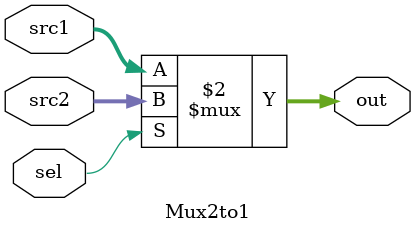
<source format=sv>
module Mux2to1(sel, src1, src2, out);
parameter size = 32;
input             sel;
input  [size-1:0] src1;
input  [size-1:0] src2;
output [size-1:0] out;

assign out = ~sel ? src1 : src2;

endmodule

</source>
